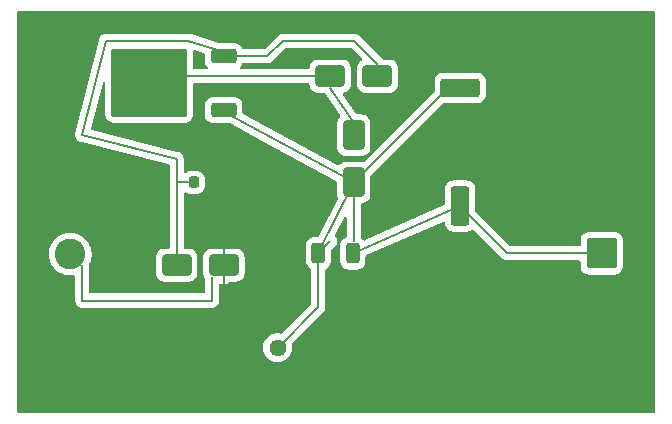
<source format=gbr>
%TF.GenerationSoftware,KiCad,Pcbnew,9.0.0*%
%TF.CreationDate,2025-02-26T00:44:50-06:00*%
%TF.ProjectId,LM317regulador,4c4d3331-3772-4656-9775-6c61646f722e,rev?*%
%TF.SameCoordinates,Original*%
%TF.FileFunction,Copper,L1,Top*%
%TF.FilePolarity,Positive*%
%FSLAX46Y46*%
G04 Gerber Fmt 4.6, Leading zero omitted, Abs format (unit mm)*
G04 Created by KiCad (PCBNEW 9.0.0) date 2025-02-26 00:44:50*
%MOMM*%
%LPD*%
G01*
G04 APERTURE LIST*
G04 Aperture macros list*
%AMRoundRect*
0 Rectangle with rounded corners*
0 $1 Rounding radius*
0 $2 $3 $4 $5 $6 $7 $8 $9 X,Y pos of 4 corners*
0 Add a 4 corners polygon primitive as box body*
4,1,4,$2,$3,$4,$5,$6,$7,$8,$9,$2,$3,0*
0 Add four circle primitives for the rounded corners*
1,1,$1+$1,$2,$3*
1,1,$1+$1,$4,$5*
1,1,$1+$1,$6,$7*
1,1,$1+$1,$8,$9*
0 Add four rect primitives between the rounded corners*
20,1,$1+$1,$2,$3,$4,$5,0*
20,1,$1+$1,$4,$5,$6,$7,0*
20,1,$1+$1,$6,$7,$8,$9,0*
20,1,$1+$1,$8,$9,$2,$3,0*%
G04 Aperture macros list end*
%TA.AperFunction,Conductor*%
%ADD10C,0.200000*%
%TD*%
%TA.AperFunction,SMDPad,CuDef*%
%ADD11RoundRect,0.250000X-0.650000X1.000000X-0.650000X-1.000000X0.650000X-1.000000X0.650000X1.000000X0*%
%TD*%
%TA.AperFunction,ComponentPad*%
%ADD12C,3.500000*%
%TD*%
%TA.AperFunction,ComponentPad*%
%ADD13RoundRect,0.250000X1.050000X-1.050000X1.050000X1.050000X-1.050000X1.050000X-1.050000X-1.050000X0*%
%TD*%
%TA.AperFunction,ComponentPad*%
%ADD14C,2.600000*%
%TD*%
%TA.AperFunction,SMDPad,CuDef*%
%ADD15RoundRect,0.225000X-0.225000X-0.250000X0.225000X-0.250000X0.225000X0.250000X-0.225000X0.250000X0*%
%TD*%
%TA.AperFunction,SMDPad,CuDef*%
%ADD16RoundRect,0.250000X-0.550000X1.412500X-0.550000X-1.412500X0.550000X-1.412500X0.550000X1.412500X0*%
%TD*%
%TA.AperFunction,SMDPad,CuDef*%
%ADD17RoundRect,0.250000X1.000000X0.650000X-1.000000X0.650000X-1.000000X-0.650000X1.000000X-0.650000X0*%
%TD*%
%TA.AperFunction,SMDPad,CuDef*%
%ADD18RoundRect,0.250000X0.850000X0.350000X-0.850000X0.350000X-0.850000X-0.350000X0.850000X-0.350000X0*%
%TD*%
%TA.AperFunction,SMDPad,CuDef*%
%ADD19RoundRect,0.250000X1.275000X1.125000X-1.275000X1.125000X-1.275000X-1.125000X1.275000X-1.125000X0*%
%TD*%
%TA.AperFunction,SMDPad,CuDef*%
%ADD20RoundRect,0.249997X2.950003X2.650003X-2.950003X2.650003X-2.950003X-2.650003X2.950003X-2.650003X0*%
%TD*%
%TA.AperFunction,ComponentPad*%
%ADD21RoundRect,0.250000X-1.050000X1.050000X-1.050000X-1.050000X1.050000X-1.050000X1.050000X1.050000X0*%
%TD*%
%TA.AperFunction,SMDPad,CuDef*%
%ADD22RoundRect,0.250000X0.312500X0.625000X-0.312500X0.625000X-0.312500X-0.625000X0.312500X-0.625000X0*%
%TD*%
%TA.AperFunction,ComponentPad*%
%ADD23C,1.440000*%
%TD*%
%TA.AperFunction,SMDPad,CuDef*%
%ADD24RoundRect,0.250000X-1.412500X-0.550000X1.412500X-0.550000X1.412500X0.550000X-1.412500X0.550000X0*%
%TD*%
G04 APERTURE END LIST*
D10*
%TO.N,Net-(D3-K)*%
X6000000Y-24000000D02*
X6000000Y-21000000D01*
X17000000Y-24000000D02*
X6000000Y-24000000D01*
X17000000Y-22000000D02*
X17000000Y-24000000D01*
%TO.N,Net-(D1-K)*%
X14000000Y-21000000D02*
X14000000Y-20500000D01*
X14000000Y-20000000D02*
X14000000Y-21000000D01*
X15000000Y-14000000D02*
X14000000Y-14000000D01*
X15000000Y-2000000D02*
X18000000Y-3000000D01*
X8000000Y-2000000D02*
X15000000Y-2000000D01*
X6000000Y-10000000D02*
X8000000Y-2000000D01*
X14000000Y-12000000D02*
X6000000Y-10000000D01*
X14000000Y-20000000D02*
X14000000Y-12000000D01*
%TO.N,Net-(D1-A)*%
X38000000Y-16000000D02*
X29000000Y-20000000D01*
%TO.N,Net-(D2-A)*%
X29000000Y-14000000D02*
X29000000Y-19000000D01*
X29000000Y-14000000D02*
X26000000Y-20000000D01*
X37000000Y-6000000D02*
X29000000Y-14000000D01*
%TO.N,Net-(D1-A)*%
X27000000Y-6000000D02*
X29000000Y-9000000D01*
%TO.N,Net-(D2-A)*%
X18000000Y-8000000D02*
X29000000Y-14000000D01*
%TD*%
D11*
%TO.P,D2,2,A*%
%TO.N,Net-(D2-A)*%
X29000000Y-14000000D03*
%TO.P,D2,1,K*%
%TO.N,Net-(D1-A)*%
X29000000Y-10000000D03*
%TD*%
D12*
%TO.P,H3,1*%
%TO.N,GND*%
X4000000Y-31000000D03*
%TD*%
%TO.P,H4,1*%
%TO.N,GND*%
X51000000Y-30000000D03*
%TD*%
%TO.P,H2,1*%
%TO.N,GND*%
X51000000Y-3000000D03*
%TD*%
D13*
%TO.P,J2,1,Pin_1*%
%TO.N,Net-(D1-A)*%
X50000000Y-20000000D03*
D14*
%TO.P,J2,2,Pin_2*%
%TO.N,GND*%
X50000000Y-14920000D03*
%TD*%
D15*
%TO.P,C1,1*%
%TO.N,Net-(D1-K)*%
X15450000Y-14000000D03*
%TO.P,C1,2*%
%TO.N,GND*%
X17000000Y-14000000D03*
%TD*%
D16*
%TO.P,C3,1*%
%TO.N,Net-(D1-A)*%
X38000000Y-16000000D03*
%TO.P,C3,2*%
%TO.N,GND*%
X38000000Y-21075000D03*
%TD*%
D17*
%TO.P,D3,1,K*%
%TO.N,Net-(D3-K)*%
X18000000Y-21000000D03*
%TO.P,D3,2,A*%
%TO.N,Net-(D1-K)*%
X14000000Y-21000000D03*
%TD*%
D18*
%TO.P,U1,1,ADJ*%
%TO.N,Net-(D2-A)*%
X17975000Y-7870000D03*
D19*
%TO.P,U1,2,VO*%
%TO.N,Net-(D1-A)*%
X13350000Y-7115000D03*
X13350000Y-4065000D03*
D20*
X11675000Y-5590000D03*
D19*
X10000000Y-7115000D03*
X10000000Y-4065000D03*
D18*
%TO.P,U1,3,VI*%
%TO.N,Net-(D1-K)*%
X17975000Y-3310000D03*
%TD*%
D17*
%TO.P,D1,1,K*%
%TO.N,Net-(D1-K)*%
X31000000Y-5000000D03*
%TO.P,D1,2,A*%
%TO.N,Net-(D1-A)*%
X27000000Y-5000000D03*
%TD*%
D21*
%TO.P,J1,1,Pin_1*%
%TO.N,GND*%
X5000000Y-15000000D03*
D14*
%TO.P,J1,2,Pin_2*%
%TO.N,Net-(D3-K)*%
X5000000Y-20080000D03*
%TD*%
D22*
%TO.P,R1,1*%
%TO.N,Net-(D1-A)*%
X28925000Y-20000000D03*
%TO.P,R1,2*%
%TO.N,Net-(D2-A)*%
X26000000Y-20000000D03*
%TD*%
D23*
%TO.P,RV1,1,1*%
%TO.N,Net-(D2-A)*%
X22540000Y-28000000D03*
%TO.P,RV1,2,2*%
%TO.N,GND*%
X20000000Y-28000000D03*
%TO.P,RV1,3,3*%
X17460000Y-28000000D03*
%TD*%
D24*
%TO.P,C2,1*%
%TO.N,Net-(D2-A)*%
X38000000Y-6000000D03*
%TO.P,C2,2*%
%TO.N,GND*%
X43075000Y-6000000D03*
%TD*%
D12*
%TO.P,H1,1*%
%TO.N,GND*%
X4000000Y-3000000D03*
%TD*%
D10*
%TO.N,Net-(D3-K)*%
X18000000Y-22000000D02*
X18000000Y-21000000D01*
%TO.N,GND*%
X38000000Y-21075000D02*
X38000000Y-23000000D01*
%TO.N,Net-(D1-A)*%
X14285000Y-5000000D02*
X13350000Y-4065000D01*
X27000000Y-5000000D02*
X14285000Y-5000000D01*
%TO.N,Net-(D1-K)*%
X31000000Y-4000000D02*
X31000000Y-5000000D01*
X29000000Y-2000000D02*
X31000000Y-4000000D01*
X21690000Y-3310000D02*
X23000000Y-2000000D01*
X23000000Y-2000000D02*
X29000000Y-2000000D01*
X17975000Y-3310000D02*
X21690000Y-3310000D01*
%TO.N,Net-(D1-A)*%
X42000000Y-20000000D02*
X38000000Y-16000000D01*
X50000000Y-20000000D02*
X42000000Y-20000000D01*
%TO.N,GND*%
X50000000Y-12925000D02*
X50000000Y-14920000D01*
%TO.N,Net-(D2-A)*%
X27000000Y-19000000D02*
X26000000Y-20000000D01*
X26000000Y-24540000D02*
X22540000Y-28000000D01*
X26000000Y-20000000D02*
X26000000Y-24540000D01*
%TO.N,GND*%
X17460000Y-28000000D02*
X20000000Y-28000000D01*
X18000000Y-19000000D02*
X18000000Y-27460000D01*
X17000000Y-18000000D02*
X18000000Y-19000000D01*
X17000000Y-14000000D02*
X17000000Y-18000000D01*
X18000000Y-27460000D02*
X17460000Y-28000000D01*
%TD*%
%TA.AperFunction,Conductor*%
%TO.N,GND*%
G36*
X54442539Y479815D02*
G01*
X54488294Y427011D01*
X54499500Y375500D01*
X54499500Y-33375500D01*
X54479815Y-33442539D01*
X54427011Y-33488294D01*
X54375500Y-33499500D01*
X624500Y-33499500D01*
X557461Y-33479815D01*
X511706Y-33427011D01*
X500500Y-33375500D01*
X500500Y-19961995D01*
X3199500Y-19961995D01*
X3199500Y-20198004D01*
X3199501Y-20198020D01*
X3221973Y-20368716D01*
X3230307Y-20432014D01*
X3254322Y-20521639D01*
X3291394Y-20659993D01*
X3381714Y-20878045D01*
X3381719Y-20878056D01*
X3452677Y-21000957D01*
X3499727Y-21082450D01*
X3499729Y-21082453D01*
X3499730Y-21082454D01*
X3643406Y-21269697D01*
X3643412Y-21269704D01*
X3810295Y-21436587D01*
X3810301Y-21436592D01*
X3997550Y-21580273D01*
X4128918Y-21656118D01*
X4201943Y-21698280D01*
X4201948Y-21698282D01*
X4201951Y-21698284D01*
X4420007Y-21788606D01*
X4647986Y-21849693D01*
X4881989Y-21880500D01*
X4881996Y-21880500D01*
X5118004Y-21880500D01*
X5118011Y-21880500D01*
X5259315Y-21861897D01*
X5328350Y-21872663D01*
X5380606Y-21919042D01*
X5399500Y-21984836D01*
X5399500Y-24079056D01*
X5440423Y-24231783D01*
X5440426Y-24231790D01*
X5519475Y-24368709D01*
X5519479Y-24368714D01*
X5519480Y-24368716D01*
X5631284Y-24480520D01*
X5631286Y-24480521D01*
X5631290Y-24480524D01*
X5768209Y-24559573D01*
X5768216Y-24559577D01*
X5920943Y-24600500D01*
X5920945Y-24600500D01*
X17079055Y-24600500D01*
X17079057Y-24600500D01*
X17231784Y-24559577D01*
X17368716Y-24480520D01*
X17480520Y-24368716D01*
X17559577Y-24231784D01*
X17600500Y-24079057D01*
X17600500Y-22675685D01*
X17620185Y-22608646D01*
X17672989Y-22562891D01*
X17742147Y-22552947D01*
X17760246Y-22557913D01*
X17760365Y-22557473D01*
X17768214Y-22559576D01*
X17768216Y-22559577D01*
X17920943Y-22600500D01*
X17920945Y-22600500D01*
X18079055Y-22600500D01*
X18079057Y-22600500D01*
X18231784Y-22559577D01*
X18368716Y-22480520D01*
X18399500Y-22449736D01*
X18412417Y-22436819D01*
X18473740Y-22403333D01*
X18500099Y-22400499D01*
X19050002Y-22400499D01*
X19050008Y-22400499D01*
X19152797Y-22389999D01*
X19319334Y-22334814D01*
X19468656Y-22242712D01*
X19592712Y-22118656D01*
X19684814Y-21969334D01*
X19739999Y-21802797D01*
X19750500Y-21700009D01*
X19750499Y-20299992D01*
X19739999Y-20197203D01*
X19684814Y-20030666D01*
X19592712Y-19881344D01*
X19468656Y-19757288D01*
X19319334Y-19665186D01*
X19152797Y-19610001D01*
X19152795Y-19610000D01*
X19050010Y-19599500D01*
X16949998Y-19599500D01*
X16949981Y-19599501D01*
X16847203Y-19610000D01*
X16847200Y-19610001D01*
X16680668Y-19665185D01*
X16680663Y-19665187D01*
X16531342Y-19757289D01*
X16407289Y-19881342D01*
X16315187Y-20030663D01*
X16315186Y-20030666D01*
X16260001Y-20197203D01*
X16260001Y-20197204D01*
X16260000Y-20197204D01*
X16249500Y-20299983D01*
X16249500Y-21700001D01*
X16249501Y-21700018D01*
X16260000Y-21802796D01*
X16260001Y-21802799D01*
X16285749Y-21880500D01*
X16315186Y-21969334D01*
X16381039Y-22076099D01*
X16399500Y-22141195D01*
X16399500Y-23275500D01*
X16379815Y-23342539D01*
X16327011Y-23388294D01*
X16275500Y-23399500D01*
X6724500Y-23399500D01*
X6657461Y-23379815D01*
X6611706Y-23327011D01*
X6600500Y-23275500D01*
X6600500Y-20942076D01*
X6616659Y-20881775D01*
X6616487Y-20881691D01*
X6616913Y-20880825D01*
X6617115Y-20880072D01*
X6618284Y-20878049D01*
X6708606Y-20659993D01*
X6769693Y-20432014D01*
X6800500Y-20198011D01*
X6800500Y-19961989D01*
X6769693Y-19727986D01*
X6708606Y-19500007D01*
X6618284Y-19281951D01*
X6618282Y-19281948D01*
X6618280Y-19281943D01*
X6576118Y-19208918D01*
X6500273Y-19077550D01*
X6385327Y-18927749D01*
X6356593Y-18890302D01*
X6356587Y-18890295D01*
X6189704Y-18723412D01*
X6189697Y-18723406D01*
X6002454Y-18579730D01*
X6002453Y-18579729D01*
X6002450Y-18579727D01*
X5920957Y-18532677D01*
X5798056Y-18461719D01*
X5798045Y-18461714D01*
X5579993Y-18371394D01*
X5352010Y-18310306D01*
X5118020Y-18279501D01*
X5118017Y-18279500D01*
X5118011Y-18279500D01*
X4881989Y-18279500D01*
X4881983Y-18279500D01*
X4881979Y-18279501D01*
X4647989Y-18310306D01*
X4420006Y-18371394D01*
X4201954Y-18461714D01*
X4201943Y-18461719D01*
X3997545Y-18579730D01*
X3810302Y-18723406D01*
X3810295Y-18723412D01*
X3643412Y-18890295D01*
X3643406Y-18890302D01*
X3499730Y-19077545D01*
X3381719Y-19281943D01*
X3381714Y-19281954D01*
X3291394Y-19500006D01*
X3230306Y-19727989D01*
X3199501Y-19961979D01*
X3199500Y-19961995D01*
X500500Y-19961995D01*
X500500Y-9931055D01*
X5398254Y-9931055D01*
X5400914Y-10089138D01*
X5400915Y-10089149D01*
X5444399Y-10241162D01*
X5444400Y-10241164D01*
X5525750Y-10376746D01*
X5639419Y-10486654D01*
X5718704Y-10530667D01*
X5777655Y-10563393D01*
X5777657Y-10563393D01*
X5777661Y-10563396D01*
X5777665Y-10563397D01*
X5952583Y-10607128D01*
X5952592Y-10607128D01*
X13305575Y-12445374D01*
X13365838Y-12480731D01*
X13397420Y-12543055D01*
X13399500Y-12565672D01*
X13399500Y-19475500D01*
X13379815Y-19542539D01*
X13327011Y-19588294D01*
X13275500Y-19599500D01*
X12949999Y-19599500D01*
X12949980Y-19599501D01*
X12847203Y-19610000D01*
X12847200Y-19610001D01*
X12680668Y-19665185D01*
X12680663Y-19665187D01*
X12531342Y-19757289D01*
X12407289Y-19881342D01*
X12315187Y-20030663D01*
X12315186Y-20030666D01*
X12260001Y-20197203D01*
X12260001Y-20197204D01*
X12260000Y-20197204D01*
X12249500Y-20299983D01*
X12249500Y-21700001D01*
X12249501Y-21700018D01*
X12260000Y-21802796D01*
X12260001Y-21802799D01*
X12315185Y-21969331D01*
X12315187Y-21969336D01*
X12350069Y-22025888D01*
X12407288Y-22118656D01*
X12531344Y-22242712D01*
X12680666Y-22334814D01*
X12847203Y-22389999D01*
X12949991Y-22400500D01*
X15050008Y-22400499D01*
X15152797Y-22389999D01*
X15319334Y-22334814D01*
X15468656Y-22242712D01*
X15592712Y-22118656D01*
X15684814Y-21969334D01*
X15739999Y-21802797D01*
X15750500Y-21700009D01*
X15750499Y-20299992D01*
X15739999Y-20197203D01*
X15684814Y-20030666D01*
X15592712Y-19881344D01*
X15468656Y-19757288D01*
X15319334Y-19665186D01*
X15152797Y-19610001D01*
X15152795Y-19610000D01*
X15050016Y-19599500D01*
X15050009Y-19599500D01*
X14724500Y-19599500D01*
X14657461Y-19579815D01*
X14611706Y-19527011D01*
X14600500Y-19475500D01*
X14600500Y-14939387D01*
X14620185Y-14872348D01*
X14672989Y-14826593D01*
X14742147Y-14816649D01*
X14789594Y-14833847D01*
X14916303Y-14912003D01*
X15077292Y-14965349D01*
X15176655Y-14975500D01*
X15723344Y-14975499D01*
X15723352Y-14975498D01*
X15723355Y-14975498D01*
X15777760Y-14969940D01*
X15822708Y-14965349D01*
X15983697Y-14912003D01*
X16128044Y-14822968D01*
X16247968Y-14703044D01*
X16337003Y-14558697D01*
X16390349Y-14397708D01*
X16400500Y-14298345D01*
X16400499Y-13701656D01*
X16390349Y-13602292D01*
X16337003Y-13441303D01*
X16336999Y-13441297D01*
X16336998Y-13441294D01*
X16247970Y-13296959D01*
X16247967Y-13296955D01*
X16128044Y-13177032D01*
X16128040Y-13177029D01*
X15983705Y-13088001D01*
X15983699Y-13087998D01*
X15983697Y-13087997D01*
X15901054Y-13060612D01*
X15822709Y-13034651D01*
X15723346Y-13024500D01*
X15176662Y-13024500D01*
X15176644Y-13024501D01*
X15077292Y-13034650D01*
X15077289Y-13034651D01*
X14916305Y-13087996D01*
X14916294Y-13088001D01*
X14789597Y-13166150D01*
X14722205Y-13184591D01*
X14655541Y-13163669D01*
X14610771Y-13110027D01*
X14600500Y-13060612D01*
X14600500Y-12073922D01*
X14601744Y-12068946D01*
X14600500Y-11994983D01*
X14600500Y-11920943D01*
X14600500Y-11920942D01*
X14599997Y-11917124D01*
X14599976Y-11916837D01*
X14599711Y-11914950D01*
X14599649Y-11914649D01*
X14599085Y-11910859D01*
X14599085Y-11910854D01*
X14578992Y-11840615D01*
X14578483Y-11838775D01*
X14559577Y-11768216D01*
X14559574Y-11768210D01*
X14558104Y-11764662D01*
X14557252Y-11762606D01*
X14557125Y-11762354D01*
X14555600Y-11758841D01*
X14555599Y-11758836D01*
X14518064Y-11696278D01*
X14517005Y-11694479D01*
X14480520Y-11631284D01*
X14478177Y-11628231D01*
X14478168Y-11628220D01*
X14476833Y-11626479D01*
X14476644Y-11626268D01*
X14474252Y-11623258D01*
X14474250Y-11623254D01*
X14474246Y-11623250D01*
X14421782Y-11572521D01*
X14421026Y-11571790D01*
X14368716Y-11519480D01*
X14364274Y-11516915D01*
X14360585Y-11513348D01*
X14360583Y-11513347D01*
X14296800Y-11477939D01*
X14294987Y-11476912D01*
X14264368Y-11459235D01*
X14231784Y-11440423D01*
X14231779Y-11440421D01*
X14228215Y-11438945D01*
X14228189Y-11438934D01*
X14226201Y-11438110D01*
X14225914Y-11438015D01*
X14222334Y-11436602D01*
X14151579Y-11418913D01*
X14149562Y-11418391D01*
X14079054Y-11399499D01*
X14075224Y-11398995D01*
X14061346Y-11396355D01*
X6848510Y-9593145D01*
X6788246Y-9557788D01*
X6756664Y-9495464D01*
X6758285Y-9442775D01*
X7730202Y-5555114D01*
X7765559Y-5494851D01*
X7827883Y-5463269D01*
X7897388Y-5470396D01*
X7952007Y-5513969D01*
X7974398Y-5580153D01*
X7974500Y-5585189D01*
X7974500Y-8290019D01*
X7985001Y-8392801D01*
X8040184Y-8559333D01*
X8040189Y-8559344D01*
X8132285Y-8708653D01*
X8132288Y-8708657D01*
X8256342Y-8832711D01*
X8256346Y-8832714D01*
X8405655Y-8924810D01*
X8405658Y-8924811D01*
X8405664Y-8924815D01*
X8572200Y-8979999D01*
X8674988Y-8990500D01*
X8674991Y-8990500D01*
X8674993Y-8990500D01*
X14675007Y-8990500D01*
X14675012Y-8990500D01*
X14777800Y-8979999D01*
X14944336Y-8924815D01*
X15093657Y-8832712D01*
X15217712Y-8708657D01*
X15309815Y-8559336D01*
X15364999Y-8392800D01*
X15375500Y-8290012D01*
X15375500Y-7469983D01*
X16374500Y-7469983D01*
X16374500Y-8270001D01*
X16374501Y-8270019D01*
X16385000Y-8372796D01*
X16385001Y-8372799D01*
X16419890Y-8478086D01*
X16440186Y-8539334D01*
X16532288Y-8688656D01*
X16656344Y-8812712D01*
X16805666Y-8904814D01*
X16972203Y-8959999D01*
X17074991Y-8970500D01*
X18493587Y-8970499D01*
X18552965Y-8985640D01*
X21247556Y-10455416D01*
X27534879Y-13884865D01*
X27584305Y-13934247D01*
X27599500Y-13993723D01*
X27599500Y-15050001D01*
X27599501Y-15050018D01*
X27610000Y-15152796D01*
X27610001Y-15152800D01*
X27650571Y-15275231D01*
X27652973Y-15345060D01*
X27643774Y-15369689D01*
X26050642Y-18555954D01*
X26003055Y-18607113D01*
X25939733Y-18624500D01*
X25637499Y-18624500D01*
X25637480Y-18624501D01*
X25534703Y-18635000D01*
X25534700Y-18635001D01*
X25368168Y-18690185D01*
X25368163Y-18690187D01*
X25218842Y-18782289D01*
X25094789Y-18906342D01*
X25002687Y-19055663D01*
X25002685Y-19055668D01*
X24994935Y-19079057D01*
X24947501Y-19222203D01*
X24947501Y-19222204D01*
X24947500Y-19222204D01*
X24937000Y-19324983D01*
X24937000Y-20675001D01*
X24937001Y-20675018D01*
X24947500Y-20777796D01*
X24947501Y-20777799D01*
X24981391Y-20880071D01*
X25002686Y-20944334D01*
X25094788Y-21093656D01*
X25218844Y-21217712D01*
X25340597Y-21292809D01*
X25387321Y-21344755D01*
X25399500Y-21398347D01*
X25399500Y-24239902D01*
X25379815Y-24306941D01*
X25363181Y-24327583D01*
X22918310Y-26772453D01*
X22856987Y-26805938D01*
X22811231Y-26807245D01*
X22693520Y-26788601D01*
X22636055Y-26779500D01*
X22443945Y-26779500D01*
X22380696Y-26789517D01*
X22254197Y-26809553D01*
X22071493Y-26868916D01*
X21900318Y-26956135D01*
X21811645Y-27020560D01*
X21744898Y-27069055D01*
X21744896Y-27069057D01*
X21744895Y-27069057D01*
X21609057Y-27204895D01*
X21609057Y-27204896D01*
X21609055Y-27204898D01*
X21560560Y-27271645D01*
X21496135Y-27360318D01*
X21408916Y-27531493D01*
X21349553Y-27714197D01*
X21319500Y-27903945D01*
X21319500Y-28096054D01*
X21349553Y-28285802D01*
X21408916Y-28468506D01*
X21408918Y-28468509D01*
X21496135Y-28639681D01*
X21609055Y-28795102D01*
X21744898Y-28930945D01*
X21900319Y-29043865D01*
X22071491Y-29131082D01*
X22071493Y-29131083D01*
X22162845Y-29160764D01*
X22254199Y-29190447D01*
X22443945Y-29220500D01*
X22443946Y-29220500D01*
X22636054Y-29220500D01*
X22636055Y-29220500D01*
X22825801Y-29190447D01*
X23008509Y-29131082D01*
X23179681Y-29043865D01*
X23335102Y-28930945D01*
X23470945Y-28795102D01*
X23583865Y-28639681D01*
X23671082Y-28468509D01*
X23730447Y-28285801D01*
X23760500Y-28096055D01*
X23760500Y-27903945D01*
X23732754Y-27728765D01*
X23741709Y-27659473D01*
X23767543Y-27621690D01*
X26368713Y-25020521D01*
X26368716Y-25020520D01*
X26480520Y-24908716D01*
X26530639Y-24821904D01*
X26559577Y-24771785D01*
X26600501Y-24619057D01*
X26600501Y-24460943D01*
X26600501Y-24453348D01*
X26600500Y-24453330D01*
X26600500Y-21398347D01*
X26620185Y-21331308D01*
X26659401Y-21292810D01*
X26781156Y-21217712D01*
X26905212Y-21093656D01*
X26997314Y-20944334D01*
X27052499Y-20777797D01*
X27063000Y-20675009D01*
X27062999Y-19837597D01*
X27082683Y-19770559D01*
X27099318Y-19749917D01*
X27269420Y-19579815D01*
X27480520Y-19368716D01*
X27559577Y-19231784D01*
X27600501Y-19079057D01*
X27600501Y-18920942D01*
X27559577Y-18768215D01*
X27480520Y-18631284D01*
X27460528Y-18611292D01*
X27427043Y-18549969D01*
X27432027Y-18480277D01*
X27437296Y-18468164D01*
X28164591Y-17013574D01*
X28212178Y-16962417D01*
X28279870Y-16945107D01*
X28346174Y-16967142D01*
X28390040Y-17021526D01*
X28399500Y-17069030D01*
X28399500Y-18565409D01*
X28379815Y-18632448D01*
X28327011Y-18678203D01*
X28314506Y-18683114D01*
X28293168Y-18690184D01*
X28143842Y-18782289D01*
X28019789Y-18906342D01*
X27927687Y-19055663D01*
X27927685Y-19055668D01*
X27919935Y-19079057D01*
X27872501Y-19222203D01*
X27872501Y-19222204D01*
X27872500Y-19222204D01*
X27862000Y-19324983D01*
X27862000Y-20675001D01*
X27862001Y-20675018D01*
X27872500Y-20777796D01*
X27872501Y-20777799D01*
X27906391Y-20880071D01*
X27927686Y-20944334D01*
X28019788Y-21093656D01*
X28143844Y-21217712D01*
X28293166Y-21309814D01*
X28459703Y-21364999D01*
X28562491Y-21375500D01*
X29287508Y-21375499D01*
X29287516Y-21375498D01*
X29287519Y-21375498D01*
X29347889Y-21369331D01*
X29390297Y-21364999D01*
X29556834Y-21309814D01*
X29706156Y-21217712D01*
X29830212Y-21093656D01*
X29922314Y-20944334D01*
X29977499Y-20777797D01*
X29988000Y-20675009D01*
X29987999Y-20298609D01*
X30007683Y-20231571D01*
X30060487Y-20185816D01*
X30061551Y-20185335D01*
X36525141Y-17312629D01*
X36594395Y-17303391D01*
X36657652Y-17333061D01*
X36694826Y-17392221D01*
X36699500Y-17425940D01*
X36699500Y-17462499D01*
X36699501Y-17462519D01*
X36710000Y-17565296D01*
X36710001Y-17565299D01*
X36765185Y-17731831D01*
X36765186Y-17731834D01*
X36857288Y-17881156D01*
X36981344Y-18005212D01*
X37130666Y-18097314D01*
X37297203Y-18152499D01*
X37399991Y-18163000D01*
X38600008Y-18162999D01*
X38702797Y-18152499D01*
X38869334Y-18097314D01*
X39018656Y-18005212D01*
X39018657Y-18005210D01*
X39020140Y-18004296D01*
X39087532Y-17985855D01*
X39154196Y-18006777D01*
X39172918Y-18022153D01*
X41515139Y-20364374D01*
X41515149Y-20364385D01*
X41519479Y-20368715D01*
X41519480Y-20368716D01*
X41631284Y-20480520D01*
X41702505Y-20521639D01*
X41768215Y-20559577D01*
X41920942Y-20600500D01*
X41920943Y-20600500D01*
X48075501Y-20600500D01*
X48142540Y-20620185D01*
X48188295Y-20672989D01*
X48199501Y-20724500D01*
X48199501Y-21100018D01*
X48210000Y-21202796D01*
X48210001Y-21202799D01*
X48265185Y-21369331D01*
X48265187Y-21369336D01*
X48268989Y-21375500D01*
X48357288Y-21518656D01*
X48481344Y-21642712D01*
X48630666Y-21734814D01*
X48797203Y-21789999D01*
X48899991Y-21800500D01*
X51100008Y-21800499D01*
X51202797Y-21789999D01*
X51369334Y-21734814D01*
X51518656Y-21642712D01*
X51642712Y-21518656D01*
X51734814Y-21369334D01*
X51789999Y-21202797D01*
X51800500Y-21100009D01*
X51800499Y-18899992D01*
X51799508Y-18890295D01*
X51789999Y-18797203D01*
X51789998Y-18797200D01*
X51765547Y-18723412D01*
X51734814Y-18630666D01*
X51642712Y-18481344D01*
X51518656Y-18357288D01*
X51425888Y-18300069D01*
X51369336Y-18265187D01*
X51369331Y-18265185D01*
X51367862Y-18264698D01*
X51202797Y-18210001D01*
X51202795Y-18210000D01*
X51100010Y-18199500D01*
X48899998Y-18199500D01*
X48899981Y-18199501D01*
X48797203Y-18210000D01*
X48797200Y-18210001D01*
X48630668Y-18265185D01*
X48630663Y-18265187D01*
X48481342Y-18357289D01*
X48357289Y-18481342D01*
X48265187Y-18630663D01*
X48265185Y-18630668D01*
X48257139Y-18654950D01*
X48210001Y-18797203D01*
X48210001Y-18797204D01*
X48210000Y-18797204D01*
X48199500Y-18899983D01*
X48199500Y-19275500D01*
X48179815Y-19342539D01*
X48127011Y-19388294D01*
X48075500Y-19399500D01*
X42300097Y-19399500D01*
X42233058Y-19379815D01*
X42212416Y-19363181D01*
X39336818Y-16487583D01*
X39303333Y-16426260D01*
X39300499Y-16399902D01*
X39300499Y-14537498D01*
X39300498Y-14537481D01*
X39289999Y-14434703D01*
X39289998Y-14434700D01*
X39277740Y-14397708D01*
X39234814Y-14268166D01*
X39142712Y-14118844D01*
X39018656Y-13994788D01*
X38869334Y-13902686D01*
X38702797Y-13847501D01*
X38702795Y-13847500D01*
X38600010Y-13837000D01*
X37399998Y-13837000D01*
X37399981Y-13837001D01*
X37297203Y-13847500D01*
X37297200Y-13847501D01*
X37130668Y-13902685D01*
X37130663Y-13902687D01*
X36981342Y-13994789D01*
X36857289Y-14118842D01*
X36765187Y-14268163D01*
X36765185Y-14268168D01*
X36755183Y-14298352D01*
X36710001Y-14434703D01*
X36710001Y-14434704D01*
X36710000Y-14434704D01*
X36699500Y-14537483D01*
X36699500Y-15840277D01*
X36679815Y-15907316D01*
X36627011Y-15953071D01*
X36625861Y-15953590D01*
X29954788Y-18918510D01*
X29937466Y-18920820D01*
X29921539Y-18928011D01*
X29903553Y-18925344D01*
X29885532Y-18927749D01*
X29869535Y-18920302D01*
X29852424Y-18917766D01*
X29829030Y-18901447D01*
X29822817Y-18898555D01*
X29819685Y-18895817D01*
X29706156Y-18782288D01*
X29650646Y-18748049D01*
X29642890Y-18741269D01*
X29629435Y-18720131D01*
X29612678Y-18701500D01*
X29609958Y-18689532D01*
X29605372Y-18682327D01*
X29605427Y-18669593D01*
X29600500Y-18647911D01*
X29600500Y-15872642D01*
X29620185Y-15805603D01*
X29672989Y-15759848D01*
X29711897Y-15749284D01*
X29802797Y-15739999D01*
X29969334Y-15684814D01*
X30118656Y-15592712D01*
X30242712Y-15468656D01*
X30334814Y-15319334D01*
X30389999Y-15152797D01*
X30400500Y-15050009D01*
X30400499Y-13500095D01*
X30420184Y-13433057D01*
X30436813Y-13412420D01*
X36512416Y-7336818D01*
X36573739Y-7303333D01*
X36600097Y-7300499D01*
X39462502Y-7300499D01*
X39462508Y-7300499D01*
X39565297Y-7289999D01*
X39731834Y-7234814D01*
X39881156Y-7142712D01*
X40005212Y-7018656D01*
X40097314Y-6869334D01*
X40152499Y-6702797D01*
X40163000Y-6600009D01*
X40162999Y-5399992D01*
X40152499Y-5297203D01*
X40097314Y-5130666D01*
X40005212Y-4981344D01*
X39881156Y-4857288D01*
X39731834Y-4765186D01*
X39565297Y-4710001D01*
X39565295Y-4710000D01*
X39462510Y-4699500D01*
X36537498Y-4699500D01*
X36537481Y-4699501D01*
X36434703Y-4710000D01*
X36434700Y-4710001D01*
X36268168Y-4765185D01*
X36268163Y-4765187D01*
X36118842Y-4857289D01*
X35994789Y-4981342D01*
X35902687Y-5130663D01*
X35902686Y-5130666D01*
X35847501Y-5297203D01*
X35847501Y-5297204D01*
X35847500Y-5297204D01*
X35837000Y-5399983D01*
X35837000Y-6262402D01*
X35817315Y-6329441D01*
X35800681Y-6350083D01*
X29922941Y-12227822D01*
X29861618Y-12261307D01*
X29809302Y-12261394D01*
X29802793Y-12260000D01*
X29700010Y-12249500D01*
X28299998Y-12249500D01*
X28299981Y-12249501D01*
X28197203Y-12260000D01*
X28197200Y-12260001D01*
X28030668Y-12315185D01*
X28030663Y-12315187D01*
X27881345Y-12407287D01*
X27753794Y-12534838D01*
X27692471Y-12568322D01*
X27622779Y-12563338D01*
X27606735Y-12556015D01*
X19640121Y-8210589D01*
X19590694Y-8161206D01*
X19575499Y-8101730D01*
X19575499Y-7469998D01*
X19575498Y-7469981D01*
X19564999Y-7367203D01*
X19564998Y-7367200D01*
X19554930Y-7336818D01*
X19509814Y-7200666D01*
X19417712Y-7051344D01*
X19293656Y-6927288D01*
X19144334Y-6835186D01*
X18977797Y-6780001D01*
X18977795Y-6780000D01*
X18875010Y-6769500D01*
X17074998Y-6769500D01*
X17074981Y-6769501D01*
X16972203Y-6780000D01*
X16972200Y-6780001D01*
X16805668Y-6835185D01*
X16805663Y-6835187D01*
X16656342Y-6927289D01*
X16532289Y-7051342D01*
X16440187Y-7200663D01*
X16440186Y-7200666D01*
X16385001Y-7367203D01*
X16385001Y-7367204D01*
X16385000Y-7367204D01*
X16374500Y-7469983D01*
X15375500Y-7469983D01*
X15375500Y-5724500D01*
X15395185Y-5657461D01*
X15447989Y-5611706D01*
X15499500Y-5600500D01*
X25127357Y-5600500D01*
X25194396Y-5620185D01*
X25240151Y-5672989D01*
X25250715Y-5711898D01*
X25260001Y-5802797D01*
X25260001Y-5802799D01*
X25315185Y-5969331D01*
X25315186Y-5969334D01*
X25407288Y-6118656D01*
X25531344Y-6242712D01*
X25680666Y-6334814D01*
X25847203Y-6389999D01*
X25949991Y-6400500D01*
X26478925Y-6400499D01*
X26545964Y-6420183D01*
X26582099Y-6455716D01*
X27826037Y-8321623D01*
X27846845Y-8388322D01*
X27828290Y-8455683D01*
X27810545Y-8478086D01*
X27757289Y-8531342D01*
X27665187Y-8680663D01*
X27665185Y-8680668D01*
X27637349Y-8764670D01*
X27610001Y-8847203D01*
X27610001Y-8847204D01*
X27610000Y-8847204D01*
X27599500Y-8949983D01*
X27599500Y-11050001D01*
X27599501Y-11050018D01*
X27610000Y-11152796D01*
X27610001Y-11152799D01*
X27665185Y-11319331D01*
X27665186Y-11319334D01*
X27757288Y-11468656D01*
X27881344Y-11592712D01*
X28030666Y-11684814D01*
X28197203Y-11739999D01*
X28299991Y-11750500D01*
X29700008Y-11750499D01*
X29802797Y-11739999D01*
X29969334Y-11684814D01*
X30118656Y-11592712D01*
X30242712Y-11468656D01*
X30334814Y-11319334D01*
X30389999Y-11152797D01*
X30400500Y-11050009D01*
X30400499Y-8949992D01*
X30389999Y-8847203D01*
X30334814Y-8680666D01*
X30242712Y-8531344D01*
X30118656Y-8407288D01*
X29969334Y-8315186D01*
X29802797Y-8260001D01*
X29802795Y-8260000D01*
X29700016Y-8249500D01*
X29700009Y-8249500D01*
X29287740Y-8249500D01*
X29220701Y-8229815D01*
X29184566Y-8194283D01*
X28102886Y-6571763D01*
X28082078Y-6505064D01*
X28100633Y-6437703D01*
X28152661Y-6391067D01*
X28167056Y-6385274D01*
X28319334Y-6334814D01*
X28468656Y-6242712D01*
X28592712Y-6118656D01*
X28684814Y-5969334D01*
X28739999Y-5802797D01*
X28750500Y-5700009D01*
X28750499Y-4299992D01*
X28746194Y-4257853D01*
X28739999Y-4197203D01*
X28739998Y-4197200D01*
X28717285Y-4128657D01*
X28684814Y-4030666D01*
X28592712Y-3881344D01*
X28468656Y-3757288D01*
X28319334Y-3665186D01*
X28152797Y-3610001D01*
X28152795Y-3610000D01*
X28050010Y-3599500D01*
X25949998Y-3599500D01*
X25949981Y-3599501D01*
X25847203Y-3610000D01*
X25847200Y-3610001D01*
X25680668Y-3665185D01*
X25680663Y-3665187D01*
X25531342Y-3757289D01*
X25407289Y-3881342D01*
X25315187Y-4030663D01*
X25315185Y-4030668D01*
X25260001Y-4197204D01*
X25260000Y-4197205D01*
X25250714Y-4288103D01*
X25224317Y-4352795D01*
X25167136Y-4392946D01*
X25127356Y-4399500D01*
X19446230Y-4399500D01*
X19379191Y-4379815D01*
X19333436Y-4327011D01*
X19323492Y-4257853D01*
X19352517Y-4194297D01*
X19358549Y-4187819D01*
X19417712Y-4128656D01*
X19509814Y-3979334D01*
X19509815Y-3979331D01*
X19513605Y-3973187D01*
X19515399Y-3974293D01*
X19554687Y-3929663D01*
X19620908Y-3910500D01*
X21603331Y-3910500D01*
X21603347Y-3910501D01*
X21610943Y-3910501D01*
X21769054Y-3910501D01*
X21769057Y-3910501D01*
X21921785Y-3869577D01*
X21984765Y-3833215D01*
X22058716Y-3790520D01*
X22170520Y-3678716D01*
X22170520Y-3678714D01*
X22180724Y-3668511D01*
X22180727Y-3668506D01*
X23212417Y-2636819D01*
X23273740Y-2603334D01*
X23300098Y-2600500D01*
X28699903Y-2600500D01*
X28766942Y-2620185D01*
X28787584Y-2636819D01*
X29653448Y-3502683D01*
X29686933Y-3564006D01*
X29681949Y-3633698D01*
X29640077Y-3689631D01*
X29630865Y-3695902D01*
X29531344Y-3757287D01*
X29407289Y-3881342D01*
X29315187Y-4030663D01*
X29315186Y-4030666D01*
X29260001Y-4197203D01*
X29260001Y-4197204D01*
X29260000Y-4197204D01*
X29249500Y-4299983D01*
X29249500Y-5700001D01*
X29249501Y-5700018D01*
X29260000Y-5802796D01*
X29260001Y-5802799D01*
X29315185Y-5969331D01*
X29315186Y-5969334D01*
X29407288Y-6118656D01*
X29531344Y-6242712D01*
X29680666Y-6334814D01*
X29847203Y-6389999D01*
X29949991Y-6400500D01*
X32050008Y-6400499D01*
X32152797Y-6389999D01*
X32319334Y-6334814D01*
X32468656Y-6242712D01*
X32592712Y-6118656D01*
X32684814Y-5969334D01*
X32739999Y-5802797D01*
X32750500Y-5700009D01*
X32750499Y-4299992D01*
X32746194Y-4257853D01*
X32739999Y-4197203D01*
X32739998Y-4197200D01*
X32717285Y-4128657D01*
X32684814Y-4030666D01*
X32592712Y-3881344D01*
X32468656Y-3757288D01*
X32319334Y-3665186D01*
X32152797Y-3610001D01*
X32152795Y-3610000D01*
X32050016Y-3599500D01*
X32050009Y-3599500D01*
X31500098Y-3599500D01*
X31470661Y-3590856D01*
X31440672Y-3584333D01*
X31435655Y-3580577D01*
X31433059Y-3579815D01*
X31412418Y-3563182D01*
X31368716Y-3519480D01*
X31368713Y-3519478D01*
X29487590Y-1638355D01*
X29487588Y-1638352D01*
X29368717Y-1519481D01*
X29368716Y-1519480D01*
X29281904Y-1469360D01*
X29281904Y-1469359D01*
X29281900Y-1469358D01*
X29231785Y-1440423D01*
X29079057Y-1399499D01*
X28920943Y-1399499D01*
X28913347Y-1399499D01*
X28913331Y-1399500D01*
X23086670Y-1399500D01*
X23086654Y-1399499D01*
X23079058Y-1399499D01*
X22920943Y-1399499D01*
X22844579Y-1419961D01*
X22768214Y-1440423D01*
X22768209Y-1440426D01*
X22631290Y-1519475D01*
X22631282Y-1519481D01*
X21477584Y-2673181D01*
X21416261Y-2706666D01*
X21389903Y-2709500D01*
X19620908Y-2709500D01*
X19553869Y-2689815D01*
X19515363Y-2645728D01*
X19513605Y-2646813D01*
X19497181Y-2620185D01*
X19417712Y-2491344D01*
X19293656Y-2367288D01*
X19144334Y-2275186D01*
X18977797Y-2220001D01*
X18977795Y-2220000D01*
X18875016Y-2209500D01*
X18875009Y-2209500D01*
X17547572Y-2209500D01*
X17508360Y-2203137D01*
X15259498Y-1453516D01*
X15259498Y-1453515D01*
X15247579Y-1449542D01*
X15231784Y-1440423D01*
X15172809Y-1424620D01*
X15152688Y-1417913D01*
X15114894Y-1405315D01*
X15109208Y-1404974D01*
X15084560Y-1400974D01*
X15079060Y-1399500D01*
X15079057Y-1399500D01*
X15018004Y-1399500D01*
X14957064Y-1395842D01*
X14939188Y-1399500D01*
X8086885Y-1399500D01*
X8072772Y-1398694D01*
X8068946Y-1398255D01*
X7997016Y-1399465D01*
X7996052Y-1399482D01*
X7993968Y-1399500D01*
X7920941Y-1399500D01*
X7917087Y-1400007D01*
X7917081Y-1400008D01*
X7914965Y-1400286D01*
X7914685Y-1400344D01*
X7910862Y-1400913D01*
X7910855Y-1400914D01*
X7910854Y-1400915D01*
X7840719Y-1420976D01*
X7838768Y-1421517D01*
X7768211Y-1440424D01*
X7764657Y-1441895D01*
X7764658Y-1441896D01*
X7762641Y-1442731D01*
X7762390Y-1442858D01*
X7758836Y-1444400D01*
X7696239Y-1481957D01*
X7696238Y-1481956D01*
X7695239Y-1482555D01*
X7631284Y-1519480D01*
X7627656Y-1523106D01*
X7623254Y-1525748D01*
X7572524Y-1578212D01*
X7572525Y-1578213D01*
X7571795Y-1578967D01*
X7519480Y-1631284D01*
X7516913Y-1635729D01*
X7514375Y-1638355D01*
X7513342Y-1639423D01*
X7477935Y-1703205D01*
X7476909Y-1705017D01*
X7440423Y-1768214D01*
X7438942Y-1771790D01*
X7438941Y-1771789D01*
X7438113Y-1773790D01*
X7438024Y-1774060D01*
X7436602Y-1777663D01*
X7418913Y-1848418D01*
X7418391Y-1850435D01*
X7399499Y-1920941D01*
X7398996Y-1924767D01*
X7396355Y-1938653D01*
X5398254Y-9931055D01*
X500500Y-9931055D01*
X500500Y375500D01*
X520185Y442539D01*
X572989Y488294D01*
X624500Y499500D01*
X54375500Y499500D01*
X54442539Y479815D01*
G37*
%TD.AperFunction*%
%TD*%
%TA.AperFunction,NonConductor*%
G36*
X15538709Y-2812551D02*
G01*
X16289712Y-3062885D01*
X16347087Y-3102759D01*
X16373795Y-3167323D01*
X16374500Y-3180522D01*
X16374500Y-3710001D01*
X16374501Y-3710019D01*
X16385000Y-3812796D01*
X16385001Y-3812799D01*
X16440185Y-3979331D01*
X16440187Y-3979336D01*
X16532289Y-4128657D01*
X16591451Y-4187819D01*
X16624936Y-4249142D01*
X16619952Y-4318834D01*
X16578080Y-4374767D01*
X16512616Y-4399184D01*
X16503770Y-4399500D01*
X15499500Y-4399500D01*
X15432461Y-4379815D01*
X15386706Y-4327011D01*
X15375500Y-4275500D01*
X15375500Y-2930189D01*
X15395185Y-2863150D01*
X15447989Y-2817395D01*
X15517147Y-2807451D01*
X15538709Y-2812551D01*
G37*
%TD.AperFunction*%
M02*

</source>
